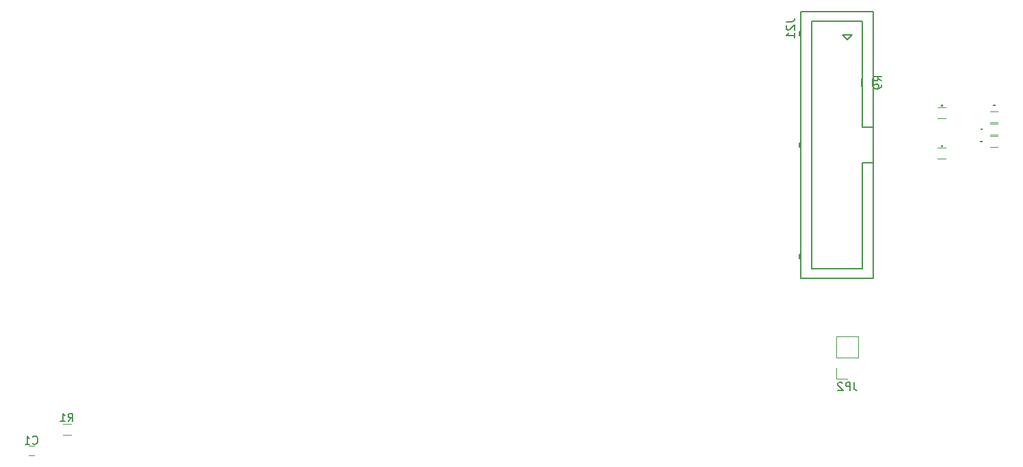
<source format=gbr>
G04 #@! TF.FileFunction,Legend,Bot*
%FSLAX46Y46*%
G04 Gerber Fmt 4.6, Leading zero omitted, Abs format (unit mm)*
G04 Created by KiCad (PCBNEW 4.0.5) date 04/12/17 15:12:10*
%MOMM*%
%LPD*%
G01*
G04 APERTURE LIST*
%ADD10C,0.100000*%
%ADD11C,0.150000*%
%ADD12C,0.120000*%
%ADD13C,0.031750*%
G04 APERTURE END LIST*
D10*
D11*
X110578500Y60759500D02*
X101638500Y60759500D01*
X101638500Y60759500D02*
X101638500Y27759500D01*
X101638500Y27759500D02*
X110578500Y27759500D01*
X110578500Y27759500D02*
X110578500Y60759500D01*
X110578500Y46484500D02*
X109278500Y46484500D01*
X109278500Y46484500D02*
X109278500Y59559500D01*
X109278500Y59559500D02*
X102938500Y59559500D01*
X102938500Y59559500D02*
X102938500Y28959500D01*
X102938500Y28959500D02*
X109278500Y28959500D01*
X109278500Y28959500D02*
X109278500Y42034500D01*
X109278500Y42034500D02*
X110578500Y42034500D01*
X101638500Y44509500D02*
X101438500Y44509500D01*
X101438500Y44509500D02*
X101438500Y44009500D01*
X101438500Y44009500D02*
X101638500Y44009500D01*
X101538500Y44509500D02*
X101538500Y44009500D01*
X101638500Y30679500D02*
X101438500Y30679500D01*
X101438500Y30679500D02*
X101438500Y30179500D01*
X101438500Y30179500D02*
X101638500Y30179500D01*
X101538500Y30679500D02*
X101538500Y30179500D01*
X101638500Y58339500D02*
X101438500Y58339500D01*
X101438500Y58339500D02*
X101438500Y57839500D01*
X101438500Y57839500D02*
X101638500Y57839500D01*
X101538500Y58339500D02*
X101538500Y57839500D01*
X107978500Y57889500D02*
X106778500Y57889500D01*
X106778500Y57889500D02*
X107378500Y57289500D01*
X107378500Y57289500D02*
X107978500Y57889500D01*
D12*
X106048500Y17907000D02*
X106048500Y20507000D01*
X106048500Y20507000D02*
X108708500Y20507000D01*
X108708500Y20507000D02*
X108708500Y17907000D01*
X108708500Y17907000D02*
X106048500Y17907000D01*
X106048500Y16637000D02*
X106048500Y15307000D01*
X106048500Y15307000D02*
X107378500Y15307000D01*
X6700000Y7013500D02*
X6000000Y7013500D01*
X6000000Y5813500D02*
X6700000Y5813500D01*
X10244200Y8337000D02*
X11244200Y8337000D01*
X11244200Y9697000D02*
X10244200Y9697000D01*
X125039500Y44024000D02*
X126039500Y44024000D01*
X126039500Y45384000D02*
X125039500Y45384000D01*
X125039500Y45548000D02*
X126039500Y45548000D01*
X126039500Y46908000D02*
X125039500Y46908000D01*
X125039500Y47072000D02*
X126039500Y47072000D01*
X126039500Y48432000D02*
X125039500Y48432000D01*
X119562500Y43923500D02*
X118562500Y43923500D01*
X118562500Y42563500D02*
X119562500Y42563500D01*
X119562500Y48940000D02*
X118562500Y48940000D01*
X118562500Y47580000D02*
X119562500Y47580000D01*
X109048000Y52506500D02*
X109048000Y51506500D01*
X110408000Y51506500D02*
X110408000Y52506500D01*
D11*
X99830881Y59499023D02*
X100545167Y59499023D01*
X100688024Y59546643D01*
X100783262Y59641881D01*
X100830881Y59784738D01*
X100830881Y59879976D01*
X99926119Y59070452D02*
X99878500Y59022833D01*
X99830881Y58927595D01*
X99830881Y58689499D01*
X99878500Y58594261D01*
X99926119Y58546642D01*
X100021357Y58499023D01*
X100116595Y58499023D01*
X100259452Y58546642D01*
X100830881Y59118071D01*
X100830881Y58499023D01*
X100830881Y57546642D02*
X100830881Y58118071D01*
X100830881Y57832357D02*
X99830881Y57832357D01*
X99973738Y57927595D01*
X100068976Y58022833D01*
X100116595Y58118071D01*
X108211833Y14854619D02*
X108211833Y14140333D01*
X108259453Y13997476D01*
X108354691Y13902238D01*
X108497548Y13854619D01*
X108592786Y13854619D01*
X107735643Y13854619D02*
X107735643Y14854619D01*
X107354690Y14854619D01*
X107259452Y14807000D01*
X107211833Y14759381D01*
X107164214Y14664143D01*
X107164214Y14521286D01*
X107211833Y14426048D01*
X107259452Y14378429D01*
X107354690Y14330810D01*
X107735643Y14330810D01*
X106783262Y14759381D02*
X106735643Y14807000D01*
X106640405Y14854619D01*
X106402309Y14854619D01*
X106307071Y14807000D01*
X106259452Y14759381D01*
X106211833Y14664143D01*
X106211833Y14568905D01*
X106259452Y14426048D01*
X106830881Y13854619D01*
X106211833Y13854619D01*
X6516666Y7306357D02*
X6564285Y7258738D01*
X6707142Y7211119D01*
X6802380Y7211119D01*
X6945238Y7258738D01*
X7040476Y7353976D01*
X7088095Y7449214D01*
X7135714Y7639690D01*
X7135714Y7782548D01*
X7088095Y7973024D01*
X7040476Y8068262D01*
X6945238Y8163500D01*
X6802380Y8211119D01*
X6707142Y8211119D01*
X6564285Y8163500D01*
X6516666Y8115881D01*
X5564285Y7211119D02*
X6135714Y7211119D01*
X5850000Y7211119D02*
X5850000Y8211119D01*
X5945238Y8068262D01*
X6040476Y7973024D01*
X6135714Y7925405D01*
X10910866Y10014619D02*
X11244200Y10490810D01*
X11482295Y10014619D02*
X11482295Y11014619D01*
X11101342Y11014619D01*
X11006104Y10967000D01*
X10958485Y10919381D01*
X10910866Y10824143D01*
X10910866Y10681286D01*
X10958485Y10586048D01*
X11006104Y10538429D01*
X11101342Y10490810D01*
X11482295Y10490810D01*
X9958485Y10014619D02*
X10529914Y10014619D01*
X10244200Y10014619D02*
X10244200Y11014619D01*
X10339438Y10871762D01*
X10434676Y10776524D01*
X10529914Y10728905D01*
D13*
X123947766Y44646548D02*
X123990100Y44707024D01*
X124020338Y44646548D02*
X124020338Y44773548D01*
X123971957Y44773548D01*
X123959862Y44767500D01*
X123953814Y44761452D01*
X123947766Y44749357D01*
X123947766Y44731214D01*
X123953814Y44719119D01*
X123959862Y44713071D01*
X123971957Y44707024D01*
X124020338Y44707024D01*
X123905433Y44773548D02*
X123826814Y44773548D01*
X123869147Y44725167D01*
X123851005Y44725167D01*
X123838909Y44719119D01*
X123832862Y44713071D01*
X123826814Y44700976D01*
X123826814Y44670738D01*
X123832862Y44658643D01*
X123838909Y44652595D01*
X123851005Y44646548D01*
X123887290Y44646548D01*
X123899386Y44652595D01*
X123905433Y44658643D01*
X123998566Y46170548D02*
X124040900Y46231024D01*
X124071138Y46170548D02*
X124071138Y46297548D01*
X124022757Y46297548D01*
X124010662Y46291500D01*
X124004614Y46285452D01*
X123998566Y46273357D01*
X123998566Y46255214D01*
X124004614Y46243119D01*
X124010662Y46237071D01*
X124022757Y46231024D01*
X124071138Y46231024D01*
X123889709Y46255214D02*
X123889709Y46170548D01*
X123919947Y46303595D02*
X123950186Y46212881D01*
X123871566Y46212881D01*
X125560666Y49144548D02*
X125603000Y49205024D01*
X125633238Y49144548D02*
X125633238Y49271548D01*
X125584857Y49271548D01*
X125572762Y49265500D01*
X125566714Y49259452D01*
X125560666Y49247357D01*
X125560666Y49229214D01*
X125566714Y49217119D01*
X125572762Y49211071D01*
X125584857Y49205024D01*
X125633238Y49205024D01*
X125445762Y49271548D02*
X125506238Y49271548D01*
X125512286Y49211071D01*
X125506238Y49217119D01*
X125494143Y49223167D01*
X125463905Y49223167D01*
X125451809Y49217119D01*
X125445762Y49211071D01*
X125439714Y49198976D01*
X125439714Y49168738D01*
X125445762Y49156643D01*
X125451809Y49150595D01*
X125463905Y49144548D01*
X125494143Y49144548D01*
X125506238Y49150595D01*
X125512286Y49156643D01*
X119096366Y44087748D02*
X119138700Y44148224D01*
X119168938Y44087748D02*
X119168938Y44214748D01*
X119120557Y44214748D01*
X119108462Y44208700D01*
X119102414Y44202652D01*
X119096366Y44190557D01*
X119096366Y44172414D01*
X119102414Y44160319D01*
X119108462Y44154271D01*
X119120557Y44148224D01*
X119168938Y44148224D01*
X118987509Y44214748D02*
X119011700Y44214748D01*
X119023795Y44208700D01*
X119029843Y44202652D01*
X119041938Y44184510D01*
X119047986Y44160319D01*
X119047986Y44111938D01*
X119041938Y44099843D01*
X119035890Y44093795D01*
X119023795Y44087748D01*
X118999605Y44087748D01*
X118987509Y44093795D01*
X118981462Y44099843D01*
X118975414Y44111938D01*
X118975414Y44142176D01*
X118981462Y44154271D01*
X118987509Y44160319D01*
X118999605Y44166367D01*
X119023795Y44166367D01*
X119035890Y44160319D01*
X119041938Y44154271D01*
X119047986Y44142176D01*
X119070966Y49091548D02*
X119113300Y49152024D01*
X119143538Y49091548D02*
X119143538Y49218548D01*
X119095157Y49218548D01*
X119083062Y49212500D01*
X119077014Y49206452D01*
X119070966Y49194357D01*
X119070966Y49176214D01*
X119077014Y49164119D01*
X119083062Y49158071D01*
X119095157Y49152024D01*
X119143538Y49152024D01*
X119028633Y49218548D02*
X118943966Y49218548D01*
X118998395Y49091548D01*
D11*
X111630381Y52173166D02*
X111154190Y52506500D01*
X111630381Y52744595D02*
X110630381Y52744595D01*
X110630381Y52363642D01*
X110678000Y52268404D01*
X110725619Y52220785D01*
X110820857Y52173166D01*
X110963714Y52173166D01*
X111058952Y52220785D01*
X111106571Y52268404D01*
X111154190Y52363642D01*
X111154190Y52744595D01*
X111630381Y51696976D02*
X111630381Y51506500D01*
X111582762Y51411261D01*
X111535143Y51363642D01*
X111392286Y51268404D01*
X111201810Y51220785D01*
X110820857Y51220785D01*
X110725619Y51268404D01*
X110678000Y51316023D01*
X110630381Y51411261D01*
X110630381Y51601738D01*
X110678000Y51696976D01*
X110725619Y51744595D01*
X110820857Y51792214D01*
X111058952Y51792214D01*
X111154190Y51744595D01*
X111201810Y51696976D01*
X111249429Y51601738D01*
X111249429Y51411261D01*
X111201810Y51316023D01*
X111154190Y51268404D01*
X111058952Y51220785D01*
M02*

</source>
